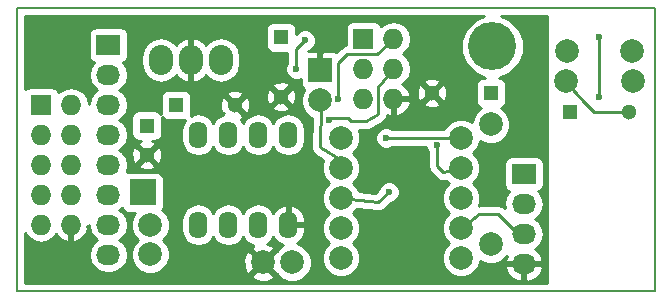
<source format=gbr>
G04 #@! TF.FileFunction,Copper,L2,Bot,Mixed*
%FSLAX46Y46*%
G04 Gerber Fmt 4.6, Leading zero omitted, Abs format (unit mm)*
G04 Created by KiCad (PCBNEW 4.0.1-stable) date Mittwoch, 17. Februar 2016 08:22:04*
%MOMM*%
G01*
G04 APERTURE LIST*
%ADD10C,0.100000*%
%ADD11C,0.150000*%
%ADD12C,4.064000*%
%ADD13C,1.998980*%
%ADD14R,1.300000X1.300000*%
%ADD15C,1.300000*%
%ADD16R,1.727200X1.727200*%
%ADD17O,1.727200X1.727200*%
%ADD18R,2.032000X1.727200*%
%ADD19O,2.032000X1.727200*%
%ADD20R,2.235200X2.235200*%
%ADD21O,1.600000X2.300000*%
%ADD22R,2.000000X2.000000*%
%ADD23C,2.000000*%
%ADD24O,2.032000X2.540000*%
%ADD25C,0.600000*%
%ADD26C,0.250000*%
%ADD27C,0.254000*%
G04 APERTURE END LIST*
D10*
D11*
X0Y24000000D02*
X0Y0D01*
X54000000Y24000000D02*
X0Y24000000D01*
X54000000Y24000000D02*
X54000000Y0D01*
X0Y0D02*
X54000000Y0D01*
D12*
X40259000Y20701000D03*
D13*
X11303000Y3088640D03*
X11303000Y5588000D03*
X23327360Y2413000D03*
X20828000Y2413000D03*
D14*
X11000000Y14000000D03*
D15*
X11000000Y11500000D03*
D13*
X46482000Y17780000D03*
X52070000Y20320000D03*
X46609000Y20320000D03*
X52197000Y17780000D03*
X40132000Y14097000D03*
X40132000Y3937000D03*
X37592000Y10414000D03*
X27432000Y10414000D03*
X37592000Y2794000D03*
X27432000Y2794000D03*
X27432000Y5334000D03*
X37592000Y5334000D03*
X27432000Y12954000D03*
X37592000Y12954000D03*
X37592000Y7874000D03*
X27432000Y7874000D03*
D16*
X29337000Y21336000D03*
D17*
X31877000Y21336000D03*
X29337000Y18796000D03*
X31877000Y18796000D03*
X29337000Y16256000D03*
X31877000Y16256000D03*
D18*
X7747000Y20828000D03*
D19*
X7747000Y18288000D03*
X7747000Y15748000D03*
X7747000Y13208000D03*
X7747000Y10668000D03*
X7747000Y8128000D03*
X7747000Y5588000D03*
X7747000Y3048000D03*
D20*
X10650000Y8350000D03*
D16*
X2032000Y15748000D03*
D17*
X4572000Y15748000D03*
X2032000Y13208000D03*
X4572000Y13208000D03*
X2032000Y10668000D03*
X4572000Y10668000D03*
X2032000Y8128000D03*
X4572000Y8128000D03*
X2032000Y5588000D03*
X4572000Y5588000D03*
D21*
X15367000Y5588000D03*
X17907000Y5588000D03*
X20447000Y5588000D03*
X22987000Y5588000D03*
X22987000Y13208000D03*
X20447000Y13208000D03*
X17907000Y13208000D03*
X15367000Y13208000D03*
D22*
X25654000Y18669000D03*
D23*
X25654000Y16129000D03*
D14*
X46863000Y15113000D03*
D15*
X51863000Y15113000D03*
D14*
X40132000Y16764000D03*
D15*
X35132000Y16764000D03*
D14*
X13462000Y15748000D03*
D15*
X18462000Y15748000D03*
D14*
X22352000Y21463000D03*
D15*
X22352000Y16463000D03*
D18*
X42926000Y9906000D03*
D19*
X42926000Y7366000D03*
X42926000Y4826000D03*
X42926000Y2286000D03*
D24*
X14732000Y19558000D03*
X17272000Y19558000D03*
X12192000Y19558000D03*
D25*
X27178000Y16256000D03*
X31496000Y8382000D03*
X26416000Y14478000D03*
X35560000Y12319000D03*
X24384000Y21209000D03*
X23622000Y18796000D03*
X31242000Y12954000D03*
X49276000Y21463000D03*
X49276000Y16383000D03*
D26*
X30516286Y20066000D02*
X27940000Y20066000D01*
X27940000Y20066000D02*
X27178000Y19304000D01*
X27178000Y19304000D02*
X27178000Y16256000D01*
X30516286Y20066000D02*
X31877000Y21336000D01*
X25781000Y15748000D02*
X25654000Y16129000D01*
X25654000Y12192000D02*
X25781000Y15748000D01*
X27432000Y11049000D02*
X25654000Y12192000D01*
X27432000Y10414000D02*
X27432000Y11049000D01*
X30607000Y7493000D02*
X27432000Y7874000D01*
X31496000Y8382000D02*
X30607000Y7493000D01*
X28067000Y14605000D02*
X26543000Y14605000D01*
X31877000Y18796000D02*
X30607000Y17272000D01*
X30607000Y14986000D02*
X30607000Y17272000D01*
X29591000Y14351000D02*
X30607000Y14986000D01*
X28321000Y14351000D02*
X29591000Y14351000D01*
X28067000Y14605000D02*
X28321000Y14351000D01*
X26543000Y14605000D02*
X26416000Y14478000D01*
X37592000Y5334000D02*
X39116000Y6477000D01*
X40767000Y6477000D02*
X42418000Y4826000D01*
X39116000Y6477000D02*
X40767000Y6477000D01*
X42418000Y4826000D02*
X42926000Y4826000D01*
X35560000Y12319000D02*
X35560000Y10541000D01*
X35560000Y10541000D02*
X36068000Y10033000D01*
X37592000Y10414000D02*
X36068000Y10033000D01*
X24384000Y21209000D02*
X23622000Y20447000D01*
X23622000Y20447000D02*
X23622000Y18796000D01*
X37592000Y12954000D02*
X31242000Y12954000D01*
X49276000Y16383000D02*
X49276000Y21463000D01*
X46482000Y17653000D02*
X48000000Y16008000D01*
X46482000Y17780000D02*
X46482000Y17653000D01*
X48000000Y16008000D02*
X48895000Y15113000D01*
X48895000Y15113000D02*
X51863000Y15113000D01*
D27*
G36*
X38750239Y22963291D02*
X37999345Y22213707D01*
X37592464Y21233827D01*
X37591538Y20172828D01*
X37996709Y19192239D01*
X38746293Y18441345D01*
X39661207Y18061440D01*
X39482000Y18061440D01*
X39246683Y18017162D01*
X39030559Y17878090D01*
X38885569Y17665890D01*
X38834560Y17414000D01*
X38834560Y16114000D01*
X38878838Y15878683D01*
X39017910Y15662559D01*
X39230110Y15517569D01*
X39270228Y15509445D01*
X39207345Y15483462D01*
X38747154Y15024073D01*
X38497794Y14423547D01*
X38497728Y14347709D01*
X37918547Y14588206D01*
X37268306Y14588774D01*
X36667345Y14340462D01*
X36207154Y13881073D01*
X36137779Y13714000D01*
X31804463Y13714000D01*
X31772327Y13746192D01*
X31428799Y13888838D01*
X31056833Y13889162D01*
X30713057Y13747117D01*
X30449808Y13484327D01*
X30307162Y13140799D01*
X30306838Y12768833D01*
X30448883Y12425057D01*
X30711673Y12161808D01*
X31055201Y12019162D01*
X31427167Y12018838D01*
X31770943Y12160883D01*
X31804118Y12194000D01*
X34624890Y12194000D01*
X34624838Y12133833D01*
X34766883Y11790057D01*
X34800000Y11756882D01*
X34800000Y10541000D01*
X34857852Y10250161D01*
X35022599Y10003599D01*
X35530599Y9495599D01*
X35608020Y9443868D01*
X35676983Y9381306D01*
X35730178Y9362245D01*
X35777160Y9330853D01*
X35868483Y9312688D01*
X35956141Y9281278D01*
X36012581Y9284025D01*
X36068000Y9273001D01*
X36159320Y9291166D01*
X36252327Y9295692D01*
X36369589Y9325008D01*
X36550480Y9143801D01*
X36207154Y8801073D01*
X35957794Y8200547D01*
X35957226Y7550306D01*
X36205538Y6949345D01*
X36550480Y6603801D01*
X36207154Y6261073D01*
X35957794Y5660547D01*
X35957226Y5010306D01*
X36205538Y4409345D01*
X36550480Y4063801D01*
X36207154Y3721073D01*
X35957794Y3120547D01*
X35957226Y2470306D01*
X36205538Y1869345D01*
X36664927Y1409154D01*
X37265453Y1159794D01*
X37915694Y1159226D01*
X38516655Y1407538D01*
X38976846Y1866927D01*
X39001779Y1926974D01*
X41318642Y1926974D01*
X41321291Y1911209D01*
X41575268Y1383964D01*
X42011680Y994046D01*
X42564087Y800816D01*
X42799000Y945076D01*
X42799000Y2159000D01*
X43053000Y2159000D01*
X43053000Y945076D01*
X43287913Y800816D01*
X43840320Y994046D01*
X44276732Y1383964D01*
X44530709Y1911209D01*
X44533358Y1926974D01*
X44412217Y2159000D01*
X43053000Y2159000D01*
X42799000Y2159000D01*
X41439783Y2159000D01*
X41318642Y1926974D01*
X39001779Y1926974D01*
X39226206Y2467453D01*
X39226272Y2543291D01*
X39805453Y2302794D01*
X40455694Y2302226D01*
X41056655Y2550538D01*
X41464116Y2957288D01*
X41321291Y2660791D01*
X41318642Y2645026D01*
X41439783Y2413000D01*
X42799000Y2413000D01*
X42799000Y2433000D01*
X43053000Y2433000D01*
X43053000Y2413000D01*
X44412217Y2413000D01*
X44533358Y2645026D01*
X44530709Y2660791D01*
X44276732Y3188036D01*
X43860931Y3559539D01*
X44170415Y3766330D01*
X44495271Y4252511D01*
X44609345Y4826000D01*
X44495271Y5399489D01*
X44170415Y5885670D01*
X43855634Y6096000D01*
X44170415Y6306330D01*
X44495271Y6792511D01*
X44609345Y7366000D01*
X44495271Y7939489D01*
X44170415Y8425670D01*
X44156087Y8435243D01*
X44177317Y8439238D01*
X44393441Y8578310D01*
X44538431Y8790510D01*
X44589440Y9042400D01*
X44589440Y10769600D01*
X44545162Y11004917D01*
X44406090Y11221041D01*
X44193890Y11366031D01*
X43942000Y11417040D01*
X41910000Y11417040D01*
X41674683Y11372762D01*
X41458559Y11233690D01*
X41313569Y11021490D01*
X41262560Y10769600D01*
X41262560Y9042400D01*
X41306838Y8807083D01*
X41445910Y8590959D01*
X41658110Y8445969D01*
X41699439Y8437600D01*
X41681585Y8425670D01*
X41356729Y7939489D01*
X41242655Y7366000D01*
X41314626Y7004176D01*
X41304401Y7014401D01*
X41057839Y7179148D01*
X40767000Y7237000D01*
X39116000Y7237000D01*
X39095611Y7232944D01*
X39226206Y7547453D01*
X39226774Y8197694D01*
X38978462Y8798655D01*
X38633520Y9144199D01*
X38976846Y9486927D01*
X39226206Y10087453D01*
X39226774Y10737694D01*
X38978462Y11338655D01*
X38633520Y11684199D01*
X38976846Y12026927D01*
X39226206Y12627453D01*
X39226272Y12703291D01*
X39805453Y12462794D01*
X40455694Y12462226D01*
X41056655Y12710538D01*
X41516846Y13169927D01*
X41766206Y13770453D01*
X41766774Y14420694D01*
X41518462Y15021655D01*
X41059073Y15481846D01*
X40998004Y15507204D01*
X41017317Y15510838D01*
X41233441Y15649910D01*
X41378431Y15862110D01*
X41429440Y16114000D01*
X41429440Y17414000D01*
X41385162Y17649317D01*
X41246090Y17865441D01*
X41033890Y18010431D01*
X40830789Y18051560D01*
X41767761Y18438709D01*
X42518655Y19188293D01*
X42925536Y20168173D01*
X42926462Y21229172D01*
X42521291Y22209761D01*
X41771707Y22960655D01*
X40978555Y23290000D01*
X44873000Y23290000D01*
X44873000Y18167250D01*
X44847794Y18106547D01*
X44847226Y17456306D01*
X44873000Y17393928D01*
X44873000Y710000D01*
X710000Y710000D01*
X710000Y1260837D01*
X19855443Y1260837D01*
X19954042Y994035D01*
X20563582Y767599D01*
X21213377Y791659D01*
X21701958Y994035D01*
X21800557Y1260837D01*
X20828000Y2233395D01*
X19855443Y1260837D01*
X710000Y1260837D01*
X710000Y4876995D01*
X942971Y4528330D01*
X1429152Y4203474D01*
X2002641Y4089400D01*
X2061359Y4089400D01*
X2634848Y4203474D01*
X3121029Y4528330D01*
X3301992Y4799161D01*
X3683510Y4381179D01*
X4212973Y4133032D01*
X4445000Y4253531D01*
X4445000Y5461000D01*
X4425000Y5461000D01*
X4425000Y5715000D01*
X4445000Y5715000D01*
X4445000Y5735000D01*
X4699000Y5735000D01*
X4699000Y5715000D01*
X4719000Y5715000D01*
X4719000Y5461000D01*
X4699000Y5461000D01*
X4699000Y4253531D01*
X4931027Y4133032D01*
X5460490Y4381179D01*
X5854688Y4813053D01*
X6026958Y5228974D01*
X5905818Y5460998D01*
X6070600Y5460998D01*
X6070600Y5553085D01*
X6177729Y5014511D01*
X6502585Y4528330D01*
X6817366Y4318000D01*
X6502585Y4107670D01*
X6177729Y3621489D01*
X6063655Y3048000D01*
X6177729Y2474511D01*
X6502585Y1988330D01*
X6988766Y1663474D01*
X7562255Y1549400D01*
X7931745Y1549400D01*
X8505234Y1663474D01*
X8991415Y1988330D01*
X9316271Y2474511D01*
X9430345Y3048000D01*
X9316271Y3621489D01*
X8991415Y4107670D01*
X8676634Y4318000D01*
X8991415Y4528330D01*
X9316271Y5014511D01*
X9430345Y5588000D01*
X9316271Y6161489D01*
X8991415Y6647670D01*
X8676634Y6858000D01*
X8924273Y7023467D01*
X8929238Y6997083D01*
X9068310Y6780959D01*
X9280510Y6635969D01*
X9532400Y6584960D01*
X9988163Y6584960D01*
X9918154Y6515073D01*
X9668794Y5914547D01*
X9668226Y5264306D01*
X9916538Y4663345D01*
X10241160Y4338156D01*
X9918154Y4015713D01*
X9668794Y3415187D01*
X9668226Y2764946D01*
X9916538Y2163985D01*
X10375927Y1703794D01*
X10976453Y1454434D01*
X11626694Y1453866D01*
X12227655Y1702178D01*
X12687846Y2161567D01*
X12902045Y2677418D01*
X19182599Y2677418D01*
X19206659Y2027623D01*
X19409035Y1539042D01*
X19675837Y1440443D01*
X20648395Y2413000D01*
X19675837Y3385557D01*
X19409035Y3286958D01*
X19182599Y2677418D01*
X12902045Y2677418D01*
X12937206Y2762093D01*
X12937774Y3412334D01*
X12689462Y4013295D01*
X12364840Y4338484D01*
X12687846Y4660927D01*
X12937206Y5261453D01*
X12937774Y5911694D01*
X12912456Y5972970D01*
X13932000Y5972970D01*
X13932000Y5203030D01*
X14041233Y4653879D01*
X14352302Y4188332D01*
X14817849Y3877263D01*
X15367000Y3768030D01*
X15916151Y3877263D01*
X16381698Y4188332D01*
X16637000Y4570418D01*
X16892302Y4188332D01*
X17357849Y3877263D01*
X17907000Y3768030D01*
X18456151Y3877263D01*
X18921698Y4188332D01*
X19177000Y4570418D01*
X19432302Y4188332D01*
X19897849Y3877263D01*
X20009692Y3855016D01*
X19954042Y3831965D01*
X19855443Y3565163D01*
X20828000Y2592605D01*
X21800557Y3565163D01*
X21701958Y3831965D01*
X21204776Y4016662D01*
X21461698Y4188332D01*
X21714149Y4566151D01*
X22062104Y4133500D01*
X22555181Y3863633D01*
X22557052Y3863237D01*
X22402705Y3799462D01*
X21985939Y3383422D01*
X21980163Y3385557D01*
X21007605Y2413000D01*
X21980163Y1440443D01*
X21986411Y1442752D01*
X22400287Y1028154D01*
X23000813Y778794D01*
X23651054Y778226D01*
X24252015Y1026538D01*
X24712206Y1485927D01*
X24961566Y2086453D01*
X24962134Y2736694D01*
X24713822Y3337655D01*
X24254433Y3797846D01*
X23710950Y4023520D01*
X23911896Y4133500D01*
X24264166Y4571517D01*
X24422000Y5111000D01*
X24422000Y5461000D01*
X23114000Y5461000D01*
X23114000Y5441000D01*
X22860000Y5441000D01*
X22860000Y5461000D01*
X22840000Y5461000D01*
X22840000Y5715000D01*
X22860000Y5715000D01*
X22860000Y7207915D01*
X23114000Y7207915D01*
X23114000Y5715000D01*
X24422000Y5715000D01*
X24422000Y6065000D01*
X24264166Y6604483D01*
X23911896Y7042500D01*
X23418819Y7312367D01*
X23336039Y7329904D01*
X23114000Y7207915D01*
X22860000Y7207915D01*
X22637961Y7329904D01*
X22555181Y7312367D01*
X22062104Y7042500D01*
X21714149Y6609849D01*
X21461698Y6987668D01*
X20996151Y7298737D01*
X20447000Y7407970D01*
X19897849Y7298737D01*
X19432302Y6987668D01*
X19177000Y6605582D01*
X18921698Y6987668D01*
X18456151Y7298737D01*
X17907000Y7407970D01*
X17357849Y7298737D01*
X16892302Y6987668D01*
X16637000Y6605582D01*
X16381698Y6987668D01*
X15916151Y7298737D01*
X15367000Y7407970D01*
X14817849Y7298737D01*
X14352302Y6987668D01*
X14041233Y6522121D01*
X13932000Y5972970D01*
X12912456Y5972970D01*
X12689462Y6512655D01*
X12306490Y6896296D01*
X12364031Y6980510D01*
X12415040Y7232400D01*
X12415040Y9467600D01*
X12370762Y9702917D01*
X12231690Y9919041D01*
X12019490Y10064031D01*
X11767600Y10115040D01*
X9532400Y10115040D01*
X9300880Y10071476D01*
X9316271Y10094511D01*
X9417014Y10600984D01*
X10280590Y10600984D01*
X10336271Y10370389D01*
X10819078Y10202378D01*
X11329428Y10231917D01*
X11663729Y10370389D01*
X11719410Y10600984D01*
X11000000Y11320395D01*
X10280590Y10600984D01*
X9417014Y10600984D01*
X9430345Y10668000D01*
X9316271Y11241489D01*
X9022652Y11680922D01*
X9702378Y11680922D01*
X9731917Y11170572D01*
X9870389Y10836271D01*
X10100984Y10780590D01*
X10820395Y11500000D01*
X11179605Y11500000D01*
X11899016Y10780590D01*
X12129611Y10836271D01*
X12297622Y11319078D01*
X12268083Y11829428D01*
X12129611Y12163729D01*
X11899016Y12219410D01*
X11179605Y11500000D01*
X10820395Y11500000D01*
X10100984Y12219410D01*
X9870389Y12163729D01*
X9702378Y11680922D01*
X9022652Y11680922D01*
X8991415Y11727670D01*
X8676634Y11938000D01*
X8991415Y12148330D01*
X9316271Y12634511D01*
X9430345Y13208000D01*
X9316271Y13781489D01*
X8991415Y14267670D01*
X8676634Y14478000D01*
X8934050Y14650000D01*
X9702560Y14650000D01*
X9702560Y13350000D01*
X9746838Y13114683D01*
X9885910Y12898559D01*
X10098110Y12753569D01*
X10350000Y12702560D01*
X10512385Y12702560D01*
X10336271Y12629611D01*
X10280590Y12399016D01*
X11000000Y11679605D01*
X11719410Y12399016D01*
X11663729Y12629611D01*
X11454098Y12702560D01*
X11650000Y12702560D01*
X11885317Y12746838D01*
X12101441Y12885910D01*
X12246431Y13098110D01*
X12297440Y13350000D01*
X12297440Y14650000D01*
X12277498Y14755982D01*
X12347910Y14646559D01*
X12560110Y14501569D01*
X12812000Y14450560D01*
X14112000Y14450560D01*
X14266786Y14479685D01*
X14041233Y14142121D01*
X13932000Y13592970D01*
X13932000Y12823030D01*
X14041233Y12273879D01*
X14352302Y11808332D01*
X14817849Y11497263D01*
X15367000Y11388030D01*
X15916151Y11497263D01*
X16381698Y11808332D01*
X16637000Y12190418D01*
X16892302Y11808332D01*
X17357849Y11497263D01*
X17907000Y11388030D01*
X18456151Y11497263D01*
X18921698Y11808332D01*
X19177000Y12190418D01*
X19432302Y11808332D01*
X19897849Y11497263D01*
X20447000Y11388030D01*
X20996151Y11497263D01*
X21461698Y11808332D01*
X21717000Y12190418D01*
X21972302Y11808332D01*
X22437849Y11497263D01*
X22987000Y11388030D01*
X23536151Y11497263D01*
X24001698Y11808332D01*
X24312767Y12273879D01*
X24422000Y12823030D01*
X24422000Y13592970D01*
X24312767Y14142121D01*
X24001698Y14607668D01*
X23536151Y14918737D01*
X22987000Y15027970D01*
X22437849Y14918737D01*
X21972302Y14607668D01*
X21717000Y14225582D01*
X21461698Y14607668D01*
X20996151Y14918737D01*
X20447000Y15027970D01*
X19897849Y14918737D01*
X19432302Y14607668D01*
X19177000Y14225582D01*
X18960316Y14549873D01*
X19125729Y14618389D01*
X19181410Y14848984D01*
X18462000Y15568395D01*
X18447858Y15554252D01*
X18268252Y15733858D01*
X18282395Y15748000D01*
X18641605Y15748000D01*
X19361016Y15028590D01*
X19591611Y15084271D01*
X19758545Y15563984D01*
X21632590Y15563984D01*
X21688271Y15333389D01*
X22171078Y15165378D01*
X22681428Y15194917D01*
X23015729Y15333389D01*
X23071410Y15563984D01*
X22352000Y16283395D01*
X21632590Y15563984D01*
X19758545Y15563984D01*
X19759622Y15567078D01*
X19730083Y16077428D01*
X19591611Y16411729D01*
X19361016Y16467410D01*
X18641605Y15748000D01*
X18282395Y15748000D01*
X17562984Y16467410D01*
X17332389Y16411729D01*
X17164378Y15928922D01*
X17193917Y15418572D01*
X17332389Y15084271D01*
X17562982Y15028590D01*
X17476787Y14942395D01*
X17357849Y14918737D01*
X16892302Y14607668D01*
X16637000Y14225582D01*
X16381698Y14607668D01*
X15916151Y14918737D01*
X15367000Y15027970D01*
X14817849Y14918737D01*
X14707823Y14845220D01*
X14708431Y14846110D01*
X14759440Y15098000D01*
X14759440Y16398000D01*
X14715162Y16633317D01*
X14706347Y16647016D01*
X17742590Y16647016D01*
X18462000Y15927605D01*
X19178316Y16643922D01*
X21054378Y16643922D01*
X21083917Y16133572D01*
X21222389Y15799271D01*
X21452984Y15743590D01*
X22172395Y16463000D01*
X22531605Y16463000D01*
X23251016Y15743590D01*
X23481611Y15799271D01*
X23649622Y16282078D01*
X23620083Y16792428D01*
X23481611Y17126729D01*
X23251016Y17182410D01*
X22531605Y16463000D01*
X22172395Y16463000D01*
X21452984Y17182410D01*
X21222389Y17126729D01*
X21054378Y16643922D01*
X19178316Y16643922D01*
X19181410Y16647016D01*
X19125729Y16877611D01*
X18642922Y17045622D01*
X18132572Y17016083D01*
X17798271Y16877611D01*
X17742590Y16647016D01*
X14706347Y16647016D01*
X14576090Y16849441D01*
X14363890Y16994431D01*
X14112000Y17045440D01*
X12812000Y17045440D01*
X12576683Y17001162D01*
X12360559Y16862090D01*
X12215569Y16649890D01*
X12164560Y16398000D01*
X12164560Y15098000D01*
X12184502Y14992018D01*
X12114090Y15101441D01*
X11901890Y15246431D01*
X11650000Y15297440D01*
X10350000Y15297440D01*
X10114683Y15253162D01*
X9898559Y15114090D01*
X9753569Y14901890D01*
X9702560Y14650000D01*
X8934050Y14650000D01*
X8991415Y14688330D01*
X9316271Y15174511D01*
X9430345Y15748000D01*
X9316271Y16321489D01*
X8991415Y16807670D01*
X8676634Y17018000D01*
X8991415Y17228330D01*
X9080741Y17362016D01*
X21632590Y17362016D01*
X22352000Y16642605D01*
X23071410Y17362016D01*
X23015729Y17592611D01*
X22532922Y17760622D01*
X22022572Y17731083D01*
X21688271Y17592611D01*
X21632590Y17362016D01*
X9080741Y17362016D01*
X9316271Y17714511D01*
X9430345Y18288000D01*
X9316271Y18861489D01*
X8991415Y19347670D01*
X8977087Y19357243D01*
X8998317Y19361238D01*
X9214441Y19500310D01*
X9359431Y19712510D01*
X9387135Y19849321D01*
X10541000Y19849321D01*
X10541000Y19266679D01*
X10666675Y18634869D01*
X11024567Y18099246D01*
X11560190Y17741354D01*
X12192000Y17615679D01*
X12823810Y17741354D01*
X13359433Y18099246D01*
X13476054Y18273781D01*
X13654370Y18046764D01*
X14217523Y17730074D01*
X14349056Y17698025D01*
X14605000Y17817164D01*
X14605000Y19431000D01*
X14585000Y19431000D01*
X14585000Y19685000D01*
X14605000Y19685000D01*
X14605000Y21298836D01*
X14859000Y21298836D01*
X14859000Y19685000D01*
X14879000Y19685000D01*
X14879000Y19431000D01*
X14859000Y19431000D01*
X14859000Y17817164D01*
X15114944Y17698025D01*
X15246477Y17730074D01*
X15809630Y18046764D01*
X15987946Y18273781D01*
X16104567Y18099246D01*
X16640190Y17741354D01*
X17272000Y17615679D01*
X17903810Y17741354D01*
X18439433Y18099246D01*
X18797325Y18634869D01*
X18923000Y19266679D01*
X18923000Y19849321D01*
X18797325Y20481131D01*
X18439433Y21016754D01*
X17903810Y21374646D01*
X17272000Y21500321D01*
X16640190Y21374646D01*
X16104567Y21016754D01*
X15987946Y20842219D01*
X15809630Y21069236D01*
X15246477Y21385926D01*
X15114944Y21417975D01*
X14859000Y21298836D01*
X14605000Y21298836D01*
X14349056Y21417975D01*
X14217523Y21385926D01*
X13654370Y21069236D01*
X13476054Y20842219D01*
X13359433Y21016754D01*
X12823810Y21374646D01*
X12192000Y21500321D01*
X11560190Y21374646D01*
X11024567Y21016754D01*
X10666675Y20481131D01*
X10541000Y19849321D01*
X9387135Y19849321D01*
X9410440Y19964400D01*
X9410440Y21691600D01*
X9366162Y21926917D01*
X9246421Y22113000D01*
X21054560Y22113000D01*
X21054560Y20813000D01*
X21098838Y20577683D01*
X21237910Y20361559D01*
X21450110Y20216569D01*
X21702000Y20165560D01*
X22862000Y20165560D01*
X22862000Y19358463D01*
X22829808Y19326327D01*
X22687162Y18982799D01*
X22686838Y18610833D01*
X22828883Y18267057D01*
X23091673Y18003808D01*
X23435201Y17861162D01*
X23807167Y17860838D01*
X24019000Y17948365D01*
X24019000Y17542690D01*
X24115673Y17309301D01*
X24294302Y17130673D01*
X24328834Y17116370D01*
X24268722Y17056363D01*
X24019284Y16455648D01*
X24018716Y15805205D01*
X24267106Y15204057D01*
X24726637Y14743722D01*
X24980878Y14638152D01*
X24894484Y12219126D01*
X24909665Y12125442D01*
X24911346Y12030554D01*
X24933170Y11980399D01*
X24941919Y11926407D01*
X24991796Y11845664D01*
X25029661Y11758642D01*
X25069015Y11720658D01*
X25097761Y11674122D01*
X25174736Y11618615D01*
X25243024Y11552704D01*
X25947089Y11100091D01*
X25797794Y10740547D01*
X25797226Y10090306D01*
X26045538Y9489345D01*
X26390480Y9143801D01*
X26047154Y8801073D01*
X25797794Y8200547D01*
X25797226Y7550306D01*
X26045538Y6949345D01*
X26390480Y6603801D01*
X26047154Y6261073D01*
X25797794Y5660547D01*
X25797226Y5010306D01*
X26045538Y4409345D01*
X26390480Y4063801D01*
X26047154Y3721073D01*
X25797794Y3120547D01*
X25797226Y2470306D01*
X26045538Y1869345D01*
X26504927Y1409154D01*
X27105453Y1159794D01*
X27755694Y1159226D01*
X28356655Y1407538D01*
X28816846Y1866927D01*
X29066206Y2467453D01*
X29066774Y3117694D01*
X28818462Y3718655D01*
X28473520Y4064199D01*
X28816846Y4406927D01*
X29066206Y5007453D01*
X29066774Y5657694D01*
X28818462Y6258655D01*
X28473520Y6604199D01*
X28812768Y6942856D01*
X30516449Y6738414D01*
X30562096Y6741932D01*
X30607000Y6733000D01*
X30708713Y6753232D01*
X30812109Y6761201D01*
X30852936Y6781920D01*
X30897839Y6790852D01*
X30984065Y6848466D01*
X31076544Y6895398D01*
X31106334Y6930163D01*
X31144401Y6955599D01*
X31635680Y7446878D01*
X31681167Y7446838D01*
X32024943Y7588883D01*
X32288192Y7851673D01*
X32430838Y8195201D01*
X32431162Y8567167D01*
X32289117Y8910943D01*
X32026327Y9174192D01*
X31682799Y9316838D01*
X31310833Y9317162D01*
X30967057Y9175117D01*
X30703808Y8912327D01*
X30561162Y8568799D01*
X30561121Y8521923D01*
X30330795Y8291597D01*
X28960006Y8456091D01*
X28818462Y8798655D01*
X28473520Y9144199D01*
X28816846Y9486927D01*
X29066206Y10087453D01*
X29066774Y10737694D01*
X28818462Y11338655D01*
X28473520Y11684199D01*
X28816846Y12026927D01*
X29066206Y12627453D01*
X29066774Y13277694D01*
X28937319Y13591000D01*
X29591000Y13591000D01*
X29653160Y13603364D01*
X29716507Y13601435D01*
X29797204Y13632017D01*
X29881839Y13648852D01*
X29934533Y13684061D01*
X29993799Y13706521D01*
X31009800Y14341521D01*
X31072653Y14400658D01*
X31144401Y14448599D01*
X31179611Y14501294D01*
X31225769Y14544724D01*
X31261205Y14623409D01*
X31309148Y14695161D01*
X31321512Y14757320D01*
X31347537Y14815107D01*
X31349513Y14879985D01*
X31517973Y14801032D01*
X31750000Y14921531D01*
X31750000Y16129000D01*
X32004000Y16129000D01*
X32004000Y14921531D01*
X32236027Y14801032D01*
X32765490Y15049179D01*
X33159688Y15481053D01*
X33318708Y15864984D01*
X34412590Y15864984D01*
X34468271Y15634389D01*
X34951078Y15466378D01*
X35461428Y15495917D01*
X35795729Y15634389D01*
X35851410Y15864984D01*
X35132000Y16584395D01*
X34412590Y15864984D01*
X33318708Y15864984D01*
X33331958Y15896974D01*
X33210817Y16129000D01*
X32004000Y16129000D01*
X31750000Y16129000D01*
X31730000Y16129000D01*
X31730000Y16383000D01*
X31750000Y16383000D01*
X31750000Y16403000D01*
X32004000Y16403000D01*
X32004000Y16383000D01*
X33210817Y16383000D01*
X33331958Y16615026D01*
X33195319Y16944922D01*
X33834378Y16944922D01*
X33863917Y16434572D01*
X34002389Y16100271D01*
X34232984Y16044590D01*
X34952395Y16764000D01*
X35311605Y16764000D01*
X36031016Y16044590D01*
X36261611Y16100271D01*
X36429622Y16583078D01*
X36400083Y17093428D01*
X36261611Y17427729D01*
X36031016Y17483410D01*
X35311605Y16764000D01*
X34952395Y16764000D01*
X34232984Y17483410D01*
X34002389Y17427729D01*
X33834378Y16944922D01*
X33195319Y16944922D01*
X33159688Y17030947D01*
X32765490Y17462821D01*
X32642772Y17520336D01*
X32856307Y17663016D01*
X34412590Y17663016D01*
X35132000Y16943605D01*
X35851410Y17663016D01*
X35795729Y17893611D01*
X35312922Y18061622D01*
X34802572Y18032083D01*
X34468271Y17893611D01*
X34412590Y17663016D01*
X32856307Y17663016D01*
X32966029Y17736330D01*
X33290885Y18222511D01*
X33404959Y18796000D01*
X33290885Y19369489D01*
X32966029Y19855670D01*
X32651248Y20066000D01*
X32966029Y20276330D01*
X33290885Y20762511D01*
X33404959Y21336000D01*
X33290885Y21909489D01*
X32966029Y22395670D01*
X32479848Y22720526D01*
X31906359Y22834600D01*
X31847641Y22834600D01*
X31274152Y22720526D01*
X30808558Y22409426D01*
X30803762Y22434917D01*
X30664690Y22651041D01*
X30452490Y22796031D01*
X30200600Y22847040D01*
X28473400Y22847040D01*
X28238083Y22802762D01*
X28021959Y22663690D01*
X27876969Y22451490D01*
X27825960Y22199600D01*
X27825960Y20803316D01*
X27649161Y20768148D01*
X27402599Y20603401D01*
X27008626Y20209428D01*
X26780309Y20304000D01*
X25939750Y20304000D01*
X25781000Y20145250D01*
X25781000Y18796000D01*
X25801000Y18796000D01*
X25801000Y18542000D01*
X25781000Y18542000D01*
X25781000Y18522000D01*
X25527000Y18522000D01*
X25527000Y18542000D01*
X25507000Y18542000D01*
X25507000Y18796000D01*
X25527000Y18796000D01*
X25527000Y20145250D01*
X25368250Y20304000D01*
X24642165Y20304000D01*
X24912943Y20415883D01*
X25176192Y20678673D01*
X25318838Y21022201D01*
X25319162Y21394167D01*
X25177117Y21737943D01*
X24914327Y22001192D01*
X24570799Y22143838D01*
X24198833Y22144162D01*
X23855057Y22002117D01*
X23649440Y21796859D01*
X23649440Y22113000D01*
X23605162Y22348317D01*
X23466090Y22564441D01*
X23253890Y22709431D01*
X23002000Y22760440D01*
X21702000Y22760440D01*
X21466683Y22716162D01*
X21250559Y22577090D01*
X21105569Y22364890D01*
X21054560Y22113000D01*
X9246421Y22113000D01*
X9227090Y22143041D01*
X9014890Y22288031D01*
X8763000Y22339040D01*
X6731000Y22339040D01*
X6495683Y22294762D01*
X6279559Y22155690D01*
X6134569Y21943490D01*
X6083560Y21691600D01*
X6083560Y19964400D01*
X6127838Y19729083D01*
X6266910Y19512959D01*
X6479110Y19367969D01*
X6520439Y19359600D01*
X6502585Y19347670D01*
X6177729Y18861489D01*
X6063655Y18288000D01*
X6177729Y17714511D01*
X6502585Y17228330D01*
X6817366Y17018000D01*
X6502585Y16807670D01*
X6177729Y16321489D01*
X6081807Y15839256D01*
X5985885Y16321489D01*
X5661029Y16807670D01*
X5174848Y17132526D01*
X4601359Y17246600D01*
X4542641Y17246600D01*
X3969152Y17132526D01*
X3503558Y16821426D01*
X3498762Y16846917D01*
X3359690Y17063041D01*
X3147490Y17208031D01*
X2895600Y17259040D01*
X1168400Y17259040D01*
X933083Y17214762D01*
X716959Y17075690D01*
X710000Y17065505D01*
X710000Y23290000D01*
X39540935Y23290000D01*
X38750239Y22963291D01*
X38750239Y22963291D01*
G37*
X38750239Y22963291D02*
X37999345Y22213707D01*
X37592464Y21233827D01*
X37591538Y20172828D01*
X37996709Y19192239D01*
X38746293Y18441345D01*
X39661207Y18061440D01*
X39482000Y18061440D01*
X39246683Y18017162D01*
X39030559Y17878090D01*
X38885569Y17665890D01*
X38834560Y17414000D01*
X38834560Y16114000D01*
X38878838Y15878683D01*
X39017910Y15662559D01*
X39230110Y15517569D01*
X39270228Y15509445D01*
X39207345Y15483462D01*
X38747154Y15024073D01*
X38497794Y14423547D01*
X38497728Y14347709D01*
X37918547Y14588206D01*
X37268306Y14588774D01*
X36667345Y14340462D01*
X36207154Y13881073D01*
X36137779Y13714000D01*
X31804463Y13714000D01*
X31772327Y13746192D01*
X31428799Y13888838D01*
X31056833Y13889162D01*
X30713057Y13747117D01*
X30449808Y13484327D01*
X30307162Y13140799D01*
X30306838Y12768833D01*
X30448883Y12425057D01*
X30711673Y12161808D01*
X31055201Y12019162D01*
X31427167Y12018838D01*
X31770943Y12160883D01*
X31804118Y12194000D01*
X34624890Y12194000D01*
X34624838Y12133833D01*
X34766883Y11790057D01*
X34800000Y11756882D01*
X34800000Y10541000D01*
X34857852Y10250161D01*
X35022599Y10003599D01*
X35530599Y9495599D01*
X35608020Y9443868D01*
X35676983Y9381306D01*
X35730178Y9362245D01*
X35777160Y9330853D01*
X35868483Y9312688D01*
X35956141Y9281278D01*
X36012581Y9284025D01*
X36068000Y9273001D01*
X36159320Y9291166D01*
X36252327Y9295692D01*
X36369589Y9325008D01*
X36550480Y9143801D01*
X36207154Y8801073D01*
X35957794Y8200547D01*
X35957226Y7550306D01*
X36205538Y6949345D01*
X36550480Y6603801D01*
X36207154Y6261073D01*
X35957794Y5660547D01*
X35957226Y5010306D01*
X36205538Y4409345D01*
X36550480Y4063801D01*
X36207154Y3721073D01*
X35957794Y3120547D01*
X35957226Y2470306D01*
X36205538Y1869345D01*
X36664927Y1409154D01*
X37265453Y1159794D01*
X37915694Y1159226D01*
X38516655Y1407538D01*
X38976846Y1866927D01*
X39001779Y1926974D01*
X41318642Y1926974D01*
X41321291Y1911209D01*
X41575268Y1383964D01*
X42011680Y994046D01*
X42564087Y800816D01*
X42799000Y945076D01*
X42799000Y2159000D01*
X43053000Y2159000D01*
X43053000Y945076D01*
X43287913Y800816D01*
X43840320Y994046D01*
X44276732Y1383964D01*
X44530709Y1911209D01*
X44533358Y1926974D01*
X44412217Y2159000D01*
X43053000Y2159000D01*
X42799000Y2159000D01*
X41439783Y2159000D01*
X41318642Y1926974D01*
X39001779Y1926974D01*
X39226206Y2467453D01*
X39226272Y2543291D01*
X39805453Y2302794D01*
X40455694Y2302226D01*
X41056655Y2550538D01*
X41464116Y2957288D01*
X41321291Y2660791D01*
X41318642Y2645026D01*
X41439783Y2413000D01*
X42799000Y2413000D01*
X42799000Y2433000D01*
X43053000Y2433000D01*
X43053000Y2413000D01*
X44412217Y2413000D01*
X44533358Y2645026D01*
X44530709Y2660791D01*
X44276732Y3188036D01*
X43860931Y3559539D01*
X44170415Y3766330D01*
X44495271Y4252511D01*
X44609345Y4826000D01*
X44495271Y5399489D01*
X44170415Y5885670D01*
X43855634Y6096000D01*
X44170415Y6306330D01*
X44495271Y6792511D01*
X44609345Y7366000D01*
X44495271Y7939489D01*
X44170415Y8425670D01*
X44156087Y8435243D01*
X44177317Y8439238D01*
X44393441Y8578310D01*
X44538431Y8790510D01*
X44589440Y9042400D01*
X44589440Y10769600D01*
X44545162Y11004917D01*
X44406090Y11221041D01*
X44193890Y11366031D01*
X43942000Y11417040D01*
X41910000Y11417040D01*
X41674683Y11372762D01*
X41458559Y11233690D01*
X41313569Y11021490D01*
X41262560Y10769600D01*
X41262560Y9042400D01*
X41306838Y8807083D01*
X41445910Y8590959D01*
X41658110Y8445969D01*
X41699439Y8437600D01*
X41681585Y8425670D01*
X41356729Y7939489D01*
X41242655Y7366000D01*
X41314626Y7004176D01*
X41304401Y7014401D01*
X41057839Y7179148D01*
X40767000Y7237000D01*
X39116000Y7237000D01*
X39095611Y7232944D01*
X39226206Y7547453D01*
X39226774Y8197694D01*
X38978462Y8798655D01*
X38633520Y9144199D01*
X38976846Y9486927D01*
X39226206Y10087453D01*
X39226774Y10737694D01*
X38978462Y11338655D01*
X38633520Y11684199D01*
X38976846Y12026927D01*
X39226206Y12627453D01*
X39226272Y12703291D01*
X39805453Y12462794D01*
X40455694Y12462226D01*
X41056655Y12710538D01*
X41516846Y13169927D01*
X41766206Y13770453D01*
X41766774Y14420694D01*
X41518462Y15021655D01*
X41059073Y15481846D01*
X40998004Y15507204D01*
X41017317Y15510838D01*
X41233441Y15649910D01*
X41378431Y15862110D01*
X41429440Y16114000D01*
X41429440Y17414000D01*
X41385162Y17649317D01*
X41246090Y17865441D01*
X41033890Y18010431D01*
X40830789Y18051560D01*
X41767761Y18438709D01*
X42518655Y19188293D01*
X42925536Y20168173D01*
X42926462Y21229172D01*
X42521291Y22209761D01*
X41771707Y22960655D01*
X40978555Y23290000D01*
X44873000Y23290000D01*
X44873000Y18167250D01*
X44847794Y18106547D01*
X44847226Y17456306D01*
X44873000Y17393928D01*
X44873000Y710000D01*
X710000Y710000D01*
X710000Y1260837D01*
X19855443Y1260837D01*
X19954042Y994035D01*
X20563582Y767599D01*
X21213377Y791659D01*
X21701958Y994035D01*
X21800557Y1260837D01*
X20828000Y2233395D01*
X19855443Y1260837D01*
X710000Y1260837D01*
X710000Y4876995D01*
X942971Y4528330D01*
X1429152Y4203474D01*
X2002641Y4089400D01*
X2061359Y4089400D01*
X2634848Y4203474D01*
X3121029Y4528330D01*
X3301992Y4799161D01*
X3683510Y4381179D01*
X4212973Y4133032D01*
X4445000Y4253531D01*
X4445000Y5461000D01*
X4425000Y5461000D01*
X4425000Y5715000D01*
X4445000Y5715000D01*
X4445000Y5735000D01*
X4699000Y5735000D01*
X4699000Y5715000D01*
X4719000Y5715000D01*
X4719000Y5461000D01*
X4699000Y5461000D01*
X4699000Y4253531D01*
X4931027Y4133032D01*
X5460490Y4381179D01*
X5854688Y4813053D01*
X6026958Y5228974D01*
X5905818Y5460998D01*
X6070600Y5460998D01*
X6070600Y5553085D01*
X6177729Y5014511D01*
X6502585Y4528330D01*
X6817366Y4318000D01*
X6502585Y4107670D01*
X6177729Y3621489D01*
X6063655Y3048000D01*
X6177729Y2474511D01*
X6502585Y1988330D01*
X6988766Y1663474D01*
X7562255Y1549400D01*
X7931745Y1549400D01*
X8505234Y1663474D01*
X8991415Y1988330D01*
X9316271Y2474511D01*
X9430345Y3048000D01*
X9316271Y3621489D01*
X8991415Y4107670D01*
X8676634Y4318000D01*
X8991415Y4528330D01*
X9316271Y5014511D01*
X9430345Y5588000D01*
X9316271Y6161489D01*
X8991415Y6647670D01*
X8676634Y6858000D01*
X8924273Y7023467D01*
X8929238Y6997083D01*
X9068310Y6780959D01*
X9280510Y6635969D01*
X9532400Y6584960D01*
X9988163Y6584960D01*
X9918154Y6515073D01*
X9668794Y5914547D01*
X9668226Y5264306D01*
X9916538Y4663345D01*
X10241160Y4338156D01*
X9918154Y4015713D01*
X9668794Y3415187D01*
X9668226Y2764946D01*
X9916538Y2163985D01*
X10375927Y1703794D01*
X10976453Y1454434D01*
X11626694Y1453866D01*
X12227655Y1702178D01*
X12687846Y2161567D01*
X12902045Y2677418D01*
X19182599Y2677418D01*
X19206659Y2027623D01*
X19409035Y1539042D01*
X19675837Y1440443D01*
X20648395Y2413000D01*
X19675837Y3385557D01*
X19409035Y3286958D01*
X19182599Y2677418D01*
X12902045Y2677418D01*
X12937206Y2762093D01*
X12937774Y3412334D01*
X12689462Y4013295D01*
X12364840Y4338484D01*
X12687846Y4660927D01*
X12937206Y5261453D01*
X12937774Y5911694D01*
X12912456Y5972970D01*
X13932000Y5972970D01*
X13932000Y5203030D01*
X14041233Y4653879D01*
X14352302Y4188332D01*
X14817849Y3877263D01*
X15367000Y3768030D01*
X15916151Y3877263D01*
X16381698Y4188332D01*
X16637000Y4570418D01*
X16892302Y4188332D01*
X17357849Y3877263D01*
X17907000Y3768030D01*
X18456151Y3877263D01*
X18921698Y4188332D01*
X19177000Y4570418D01*
X19432302Y4188332D01*
X19897849Y3877263D01*
X20009692Y3855016D01*
X19954042Y3831965D01*
X19855443Y3565163D01*
X20828000Y2592605D01*
X21800557Y3565163D01*
X21701958Y3831965D01*
X21204776Y4016662D01*
X21461698Y4188332D01*
X21714149Y4566151D01*
X22062104Y4133500D01*
X22555181Y3863633D01*
X22557052Y3863237D01*
X22402705Y3799462D01*
X21985939Y3383422D01*
X21980163Y3385557D01*
X21007605Y2413000D01*
X21980163Y1440443D01*
X21986411Y1442752D01*
X22400287Y1028154D01*
X23000813Y778794D01*
X23651054Y778226D01*
X24252015Y1026538D01*
X24712206Y1485927D01*
X24961566Y2086453D01*
X24962134Y2736694D01*
X24713822Y3337655D01*
X24254433Y3797846D01*
X23710950Y4023520D01*
X23911896Y4133500D01*
X24264166Y4571517D01*
X24422000Y5111000D01*
X24422000Y5461000D01*
X23114000Y5461000D01*
X23114000Y5441000D01*
X22860000Y5441000D01*
X22860000Y5461000D01*
X22840000Y5461000D01*
X22840000Y5715000D01*
X22860000Y5715000D01*
X22860000Y7207915D01*
X23114000Y7207915D01*
X23114000Y5715000D01*
X24422000Y5715000D01*
X24422000Y6065000D01*
X24264166Y6604483D01*
X23911896Y7042500D01*
X23418819Y7312367D01*
X23336039Y7329904D01*
X23114000Y7207915D01*
X22860000Y7207915D01*
X22637961Y7329904D01*
X22555181Y7312367D01*
X22062104Y7042500D01*
X21714149Y6609849D01*
X21461698Y6987668D01*
X20996151Y7298737D01*
X20447000Y7407970D01*
X19897849Y7298737D01*
X19432302Y6987668D01*
X19177000Y6605582D01*
X18921698Y6987668D01*
X18456151Y7298737D01*
X17907000Y7407970D01*
X17357849Y7298737D01*
X16892302Y6987668D01*
X16637000Y6605582D01*
X16381698Y6987668D01*
X15916151Y7298737D01*
X15367000Y7407970D01*
X14817849Y7298737D01*
X14352302Y6987668D01*
X14041233Y6522121D01*
X13932000Y5972970D01*
X12912456Y5972970D01*
X12689462Y6512655D01*
X12306490Y6896296D01*
X12364031Y6980510D01*
X12415040Y7232400D01*
X12415040Y9467600D01*
X12370762Y9702917D01*
X12231690Y9919041D01*
X12019490Y10064031D01*
X11767600Y10115040D01*
X9532400Y10115040D01*
X9300880Y10071476D01*
X9316271Y10094511D01*
X9417014Y10600984D01*
X10280590Y10600984D01*
X10336271Y10370389D01*
X10819078Y10202378D01*
X11329428Y10231917D01*
X11663729Y10370389D01*
X11719410Y10600984D01*
X11000000Y11320395D01*
X10280590Y10600984D01*
X9417014Y10600984D01*
X9430345Y10668000D01*
X9316271Y11241489D01*
X9022652Y11680922D01*
X9702378Y11680922D01*
X9731917Y11170572D01*
X9870389Y10836271D01*
X10100984Y10780590D01*
X10820395Y11500000D01*
X11179605Y11500000D01*
X11899016Y10780590D01*
X12129611Y10836271D01*
X12297622Y11319078D01*
X12268083Y11829428D01*
X12129611Y12163729D01*
X11899016Y12219410D01*
X11179605Y11500000D01*
X10820395Y11500000D01*
X10100984Y12219410D01*
X9870389Y12163729D01*
X9702378Y11680922D01*
X9022652Y11680922D01*
X8991415Y11727670D01*
X8676634Y11938000D01*
X8991415Y12148330D01*
X9316271Y12634511D01*
X9430345Y13208000D01*
X9316271Y13781489D01*
X8991415Y14267670D01*
X8676634Y14478000D01*
X8934050Y14650000D01*
X9702560Y14650000D01*
X9702560Y13350000D01*
X9746838Y13114683D01*
X9885910Y12898559D01*
X10098110Y12753569D01*
X10350000Y12702560D01*
X10512385Y12702560D01*
X10336271Y12629611D01*
X10280590Y12399016D01*
X11000000Y11679605D01*
X11719410Y12399016D01*
X11663729Y12629611D01*
X11454098Y12702560D01*
X11650000Y12702560D01*
X11885317Y12746838D01*
X12101441Y12885910D01*
X12246431Y13098110D01*
X12297440Y13350000D01*
X12297440Y14650000D01*
X12277498Y14755982D01*
X12347910Y14646559D01*
X12560110Y14501569D01*
X12812000Y14450560D01*
X14112000Y14450560D01*
X14266786Y14479685D01*
X14041233Y14142121D01*
X13932000Y13592970D01*
X13932000Y12823030D01*
X14041233Y12273879D01*
X14352302Y11808332D01*
X14817849Y11497263D01*
X15367000Y11388030D01*
X15916151Y11497263D01*
X16381698Y11808332D01*
X16637000Y12190418D01*
X16892302Y11808332D01*
X17357849Y11497263D01*
X17907000Y11388030D01*
X18456151Y11497263D01*
X18921698Y11808332D01*
X19177000Y12190418D01*
X19432302Y11808332D01*
X19897849Y11497263D01*
X20447000Y11388030D01*
X20996151Y11497263D01*
X21461698Y11808332D01*
X21717000Y12190418D01*
X21972302Y11808332D01*
X22437849Y11497263D01*
X22987000Y11388030D01*
X23536151Y11497263D01*
X24001698Y11808332D01*
X24312767Y12273879D01*
X24422000Y12823030D01*
X24422000Y13592970D01*
X24312767Y14142121D01*
X24001698Y14607668D01*
X23536151Y14918737D01*
X22987000Y15027970D01*
X22437849Y14918737D01*
X21972302Y14607668D01*
X21717000Y14225582D01*
X21461698Y14607668D01*
X20996151Y14918737D01*
X20447000Y15027970D01*
X19897849Y14918737D01*
X19432302Y14607668D01*
X19177000Y14225582D01*
X18960316Y14549873D01*
X19125729Y14618389D01*
X19181410Y14848984D01*
X18462000Y15568395D01*
X18447858Y15554252D01*
X18268252Y15733858D01*
X18282395Y15748000D01*
X18641605Y15748000D01*
X19361016Y15028590D01*
X19591611Y15084271D01*
X19758545Y15563984D01*
X21632590Y15563984D01*
X21688271Y15333389D01*
X22171078Y15165378D01*
X22681428Y15194917D01*
X23015729Y15333389D01*
X23071410Y15563984D01*
X22352000Y16283395D01*
X21632590Y15563984D01*
X19758545Y15563984D01*
X19759622Y15567078D01*
X19730083Y16077428D01*
X19591611Y16411729D01*
X19361016Y16467410D01*
X18641605Y15748000D01*
X18282395Y15748000D01*
X17562984Y16467410D01*
X17332389Y16411729D01*
X17164378Y15928922D01*
X17193917Y15418572D01*
X17332389Y15084271D01*
X17562982Y15028590D01*
X17476787Y14942395D01*
X17357849Y14918737D01*
X16892302Y14607668D01*
X16637000Y14225582D01*
X16381698Y14607668D01*
X15916151Y14918737D01*
X15367000Y15027970D01*
X14817849Y14918737D01*
X14707823Y14845220D01*
X14708431Y14846110D01*
X14759440Y15098000D01*
X14759440Y16398000D01*
X14715162Y16633317D01*
X14706347Y16647016D01*
X17742590Y16647016D01*
X18462000Y15927605D01*
X19178316Y16643922D01*
X21054378Y16643922D01*
X21083917Y16133572D01*
X21222389Y15799271D01*
X21452984Y15743590D01*
X22172395Y16463000D01*
X22531605Y16463000D01*
X23251016Y15743590D01*
X23481611Y15799271D01*
X23649622Y16282078D01*
X23620083Y16792428D01*
X23481611Y17126729D01*
X23251016Y17182410D01*
X22531605Y16463000D01*
X22172395Y16463000D01*
X21452984Y17182410D01*
X21222389Y17126729D01*
X21054378Y16643922D01*
X19178316Y16643922D01*
X19181410Y16647016D01*
X19125729Y16877611D01*
X18642922Y17045622D01*
X18132572Y17016083D01*
X17798271Y16877611D01*
X17742590Y16647016D01*
X14706347Y16647016D01*
X14576090Y16849441D01*
X14363890Y16994431D01*
X14112000Y17045440D01*
X12812000Y17045440D01*
X12576683Y17001162D01*
X12360559Y16862090D01*
X12215569Y16649890D01*
X12164560Y16398000D01*
X12164560Y15098000D01*
X12184502Y14992018D01*
X12114090Y15101441D01*
X11901890Y15246431D01*
X11650000Y15297440D01*
X10350000Y15297440D01*
X10114683Y15253162D01*
X9898559Y15114090D01*
X9753569Y14901890D01*
X9702560Y14650000D01*
X8934050Y14650000D01*
X8991415Y14688330D01*
X9316271Y15174511D01*
X9430345Y15748000D01*
X9316271Y16321489D01*
X8991415Y16807670D01*
X8676634Y17018000D01*
X8991415Y17228330D01*
X9080741Y17362016D01*
X21632590Y17362016D01*
X22352000Y16642605D01*
X23071410Y17362016D01*
X23015729Y17592611D01*
X22532922Y17760622D01*
X22022572Y17731083D01*
X21688271Y17592611D01*
X21632590Y17362016D01*
X9080741Y17362016D01*
X9316271Y17714511D01*
X9430345Y18288000D01*
X9316271Y18861489D01*
X8991415Y19347670D01*
X8977087Y19357243D01*
X8998317Y19361238D01*
X9214441Y19500310D01*
X9359431Y19712510D01*
X9387135Y19849321D01*
X10541000Y19849321D01*
X10541000Y19266679D01*
X10666675Y18634869D01*
X11024567Y18099246D01*
X11560190Y17741354D01*
X12192000Y17615679D01*
X12823810Y17741354D01*
X13359433Y18099246D01*
X13476054Y18273781D01*
X13654370Y18046764D01*
X14217523Y17730074D01*
X14349056Y17698025D01*
X14605000Y17817164D01*
X14605000Y19431000D01*
X14585000Y19431000D01*
X14585000Y19685000D01*
X14605000Y19685000D01*
X14605000Y21298836D01*
X14859000Y21298836D01*
X14859000Y19685000D01*
X14879000Y19685000D01*
X14879000Y19431000D01*
X14859000Y19431000D01*
X14859000Y17817164D01*
X15114944Y17698025D01*
X15246477Y17730074D01*
X15809630Y18046764D01*
X15987946Y18273781D01*
X16104567Y18099246D01*
X16640190Y17741354D01*
X17272000Y17615679D01*
X17903810Y17741354D01*
X18439433Y18099246D01*
X18797325Y18634869D01*
X18923000Y19266679D01*
X18923000Y19849321D01*
X18797325Y20481131D01*
X18439433Y21016754D01*
X17903810Y21374646D01*
X17272000Y21500321D01*
X16640190Y21374646D01*
X16104567Y21016754D01*
X15987946Y20842219D01*
X15809630Y21069236D01*
X15246477Y21385926D01*
X15114944Y21417975D01*
X14859000Y21298836D01*
X14605000Y21298836D01*
X14349056Y21417975D01*
X14217523Y21385926D01*
X13654370Y21069236D01*
X13476054Y20842219D01*
X13359433Y21016754D01*
X12823810Y21374646D01*
X12192000Y21500321D01*
X11560190Y21374646D01*
X11024567Y21016754D01*
X10666675Y20481131D01*
X10541000Y19849321D01*
X9387135Y19849321D01*
X9410440Y19964400D01*
X9410440Y21691600D01*
X9366162Y21926917D01*
X9246421Y22113000D01*
X21054560Y22113000D01*
X21054560Y20813000D01*
X21098838Y20577683D01*
X21237910Y20361559D01*
X21450110Y20216569D01*
X21702000Y20165560D01*
X22862000Y20165560D01*
X22862000Y19358463D01*
X22829808Y19326327D01*
X22687162Y18982799D01*
X22686838Y18610833D01*
X22828883Y18267057D01*
X23091673Y18003808D01*
X23435201Y17861162D01*
X23807167Y17860838D01*
X24019000Y17948365D01*
X24019000Y17542690D01*
X24115673Y17309301D01*
X24294302Y17130673D01*
X24328834Y17116370D01*
X24268722Y17056363D01*
X24019284Y16455648D01*
X24018716Y15805205D01*
X24267106Y15204057D01*
X24726637Y14743722D01*
X24980878Y14638152D01*
X24894484Y12219126D01*
X24909665Y12125442D01*
X24911346Y12030554D01*
X24933170Y11980399D01*
X24941919Y11926407D01*
X24991796Y11845664D01*
X25029661Y11758642D01*
X25069015Y11720658D01*
X25097761Y11674122D01*
X25174736Y11618615D01*
X25243024Y11552704D01*
X25947089Y11100091D01*
X25797794Y10740547D01*
X25797226Y10090306D01*
X26045538Y9489345D01*
X26390480Y9143801D01*
X26047154Y8801073D01*
X25797794Y8200547D01*
X25797226Y7550306D01*
X26045538Y6949345D01*
X26390480Y6603801D01*
X26047154Y6261073D01*
X25797794Y5660547D01*
X25797226Y5010306D01*
X26045538Y4409345D01*
X26390480Y4063801D01*
X26047154Y3721073D01*
X25797794Y3120547D01*
X25797226Y2470306D01*
X26045538Y1869345D01*
X26504927Y1409154D01*
X27105453Y1159794D01*
X27755694Y1159226D01*
X28356655Y1407538D01*
X28816846Y1866927D01*
X29066206Y2467453D01*
X29066774Y3117694D01*
X28818462Y3718655D01*
X28473520Y4064199D01*
X28816846Y4406927D01*
X29066206Y5007453D01*
X29066774Y5657694D01*
X28818462Y6258655D01*
X28473520Y6604199D01*
X28812768Y6942856D01*
X30516449Y6738414D01*
X30562096Y6741932D01*
X30607000Y6733000D01*
X30708713Y6753232D01*
X30812109Y6761201D01*
X30852936Y6781920D01*
X30897839Y6790852D01*
X30984065Y6848466D01*
X31076544Y6895398D01*
X31106334Y6930163D01*
X31144401Y6955599D01*
X31635680Y7446878D01*
X31681167Y7446838D01*
X32024943Y7588883D01*
X32288192Y7851673D01*
X32430838Y8195201D01*
X32431162Y8567167D01*
X32289117Y8910943D01*
X32026327Y9174192D01*
X31682799Y9316838D01*
X31310833Y9317162D01*
X30967057Y9175117D01*
X30703808Y8912327D01*
X30561162Y8568799D01*
X30561121Y8521923D01*
X30330795Y8291597D01*
X28960006Y8456091D01*
X28818462Y8798655D01*
X28473520Y9144199D01*
X28816846Y9486927D01*
X29066206Y10087453D01*
X29066774Y10737694D01*
X28818462Y11338655D01*
X28473520Y11684199D01*
X28816846Y12026927D01*
X29066206Y12627453D01*
X29066774Y13277694D01*
X28937319Y13591000D01*
X29591000Y13591000D01*
X29653160Y13603364D01*
X29716507Y13601435D01*
X29797204Y13632017D01*
X29881839Y13648852D01*
X29934533Y13684061D01*
X29993799Y13706521D01*
X31009800Y14341521D01*
X31072653Y14400658D01*
X31144401Y14448599D01*
X31179611Y14501294D01*
X31225769Y14544724D01*
X31261205Y14623409D01*
X31309148Y14695161D01*
X31321512Y14757320D01*
X31347537Y14815107D01*
X31349513Y14879985D01*
X31517973Y14801032D01*
X31750000Y14921531D01*
X31750000Y16129000D01*
X32004000Y16129000D01*
X32004000Y14921531D01*
X32236027Y14801032D01*
X32765490Y15049179D01*
X33159688Y15481053D01*
X33318708Y15864984D01*
X34412590Y15864984D01*
X34468271Y15634389D01*
X34951078Y15466378D01*
X35461428Y15495917D01*
X35795729Y15634389D01*
X35851410Y15864984D01*
X35132000Y16584395D01*
X34412590Y15864984D01*
X33318708Y15864984D01*
X33331958Y15896974D01*
X33210817Y16129000D01*
X32004000Y16129000D01*
X31750000Y16129000D01*
X31730000Y16129000D01*
X31730000Y16383000D01*
X31750000Y16383000D01*
X31750000Y16403000D01*
X32004000Y16403000D01*
X32004000Y16383000D01*
X33210817Y16383000D01*
X33331958Y16615026D01*
X33195319Y16944922D01*
X33834378Y16944922D01*
X33863917Y16434572D01*
X34002389Y16100271D01*
X34232984Y16044590D01*
X34952395Y16764000D01*
X35311605Y16764000D01*
X36031016Y16044590D01*
X36261611Y16100271D01*
X36429622Y16583078D01*
X36400083Y17093428D01*
X36261611Y17427729D01*
X36031016Y17483410D01*
X35311605Y16764000D01*
X34952395Y16764000D01*
X34232984Y17483410D01*
X34002389Y17427729D01*
X33834378Y16944922D01*
X33195319Y16944922D01*
X33159688Y17030947D01*
X32765490Y17462821D01*
X32642772Y17520336D01*
X32856307Y17663016D01*
X34412590Y17663016D01*
X35132000Y16943605D01*
X35851410Y17663016D01*
X35795729Y17893611D01*
X35312922Y18061622D01*
X34802572Y18032083D01*
X34468271Y17893611D01*
X34412590Y17663016D01*
X32856307Y17663016D01*
X32966029Y17736330D01*
X33290885Y18222511D01*
X33404959Y18796000D01*
X33290885Y19369489D01*
X32966029Y19855670D01*
X32651248Y20066000D01*
X32966029Y20276330D01*
X33290885Y20762511D01*
X33404959Y21336000D01*
X33290885Y21909489D01*
X32966029Y22395670D01*
X32479848Y22720526D01*
X31906359Y22834600D01*
X31847641Y22834600D01*
X31274152Y22720526D01*
X30808558Y22409426D01*
X30803762Y22434917D01*
X30664690Y22651041D01*
X30452490Y22796031D01*
X30200600Y22847040D01*
X28473400Y22847040D01*
X28238083Y22802762D01*
X28021959Y22663690D01*
X27876969Y22451490D01*
X27825960Y22199600D01*
X27825960Y20803316D01*
X27649161Y20768148D01*
X27402599Y20603401D01*
X27008626Y20209428D01*
X26780309Y20304000D01*
X25939750Y20304000D01*
X25781000Y20145250D01*
X25781000Y18796000D01*
X25801000Y18796000D01*
X25801000Y18542000D01*
X25781000Y18542000D01*
X25781000Y18522000D01*
X25527000Y18522000D01*
X25527000Y18542000D01*
X25507000Y18542000D01*
X25507000Y18796000D01*
X25527000Y18796000D01*
X25527000Y20145250D01*
X25368250Y20304000D01*
X24642165Y20304000D01*
X24912943Y20415883D01*
X25176192Y20678673D01*
X25318838Y21022201D01*
X25319162Y21394167D01*
X25177117Y21737943D01*
X24914327Y22001192D01*
X24570799Y22143838D01*
X24198833Y22144162D01*
X23855057Y22002117D01*
X23649440Y21796859D01*
X23649440Y22113000D01*
X23605162Y22348317D01*
X23466090Y22564441D01*
X23253890Y22709431D01*
X23002000Y22760440D01*
X21702000Y22760440D01*
X21466683Y22716162D01*
X21250559Y22577090D01*
X21105569Y22364890D01*
X21054560Y22113000D01*
X9246421Y22113000D01*
X9227090Y22143041D01*
X9014890Y22288031D01*
X8763000Y22339040D01*
X6731000Y22339040D01*
X6495683Y22294762D01*
X6279559Y22155690D01*
X6134569Y21943490D01*
X6083560Y21691600D01*
X6083560Y19964400D01*
X6127838Y19729083D01*
X6266910Y19512959D01*
X6479110Y19367969D01*
X6520439Y19359600D01*
X6502585Y19347670D01*
X6177729Y18861489D01*
X6063655Y18288000D01*
X6177729Y17714511D01*
X6502585Y17228330D01*
X6817366Y17018000D01*
X6502585Y16807670D01*
X6177729Y16321489D01*
X6081807Y15839256D01*
X5985885Y16321489D01*
X5661029Y16807670D01*
X5174848Y17132526D01*
X4601359Y17246600D01*
X4542641Y17246600D01*
X3969152Y17132526D01*
X3503558Y16821426D01*
X3498762Y16846917D01*
X3359690Y17063041D01*
X3147490Y17208031D01*
X2895600Y17259040D01*
X1168400Y17259040D01*
X933083Y17214762D01*
X716959Y17075690D01*
X710000Y17065505D01*
X710000Y23290000D01*
X39540935Y23290000D01*
X38750239Y22963291D01*
M02*

</source>
